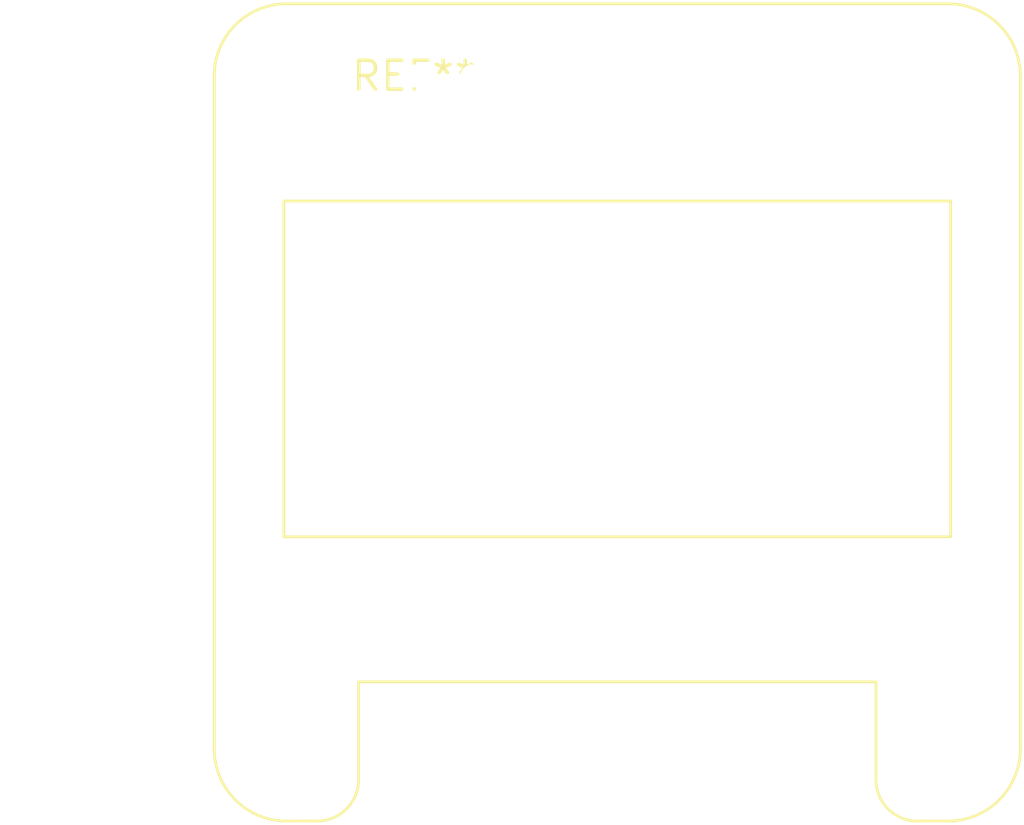
<source format=kicad_pcb>
(kicad_pcb (version 20240108) (generator pcbnew)
  (layers (0 "F.Cu" signal) (31 "B.Cu" signal) (34 "B.Paste" user) (35 "F.Paste" user) (36 "B.SilkS" user "B.Silkscreen") (37 "F.SilkS" user "F.Silkscreen") (38 "B.Mask" user) (39 "F.Mask" user) (44 "Edge.Cuts" user))
  (net 0 "")
  (footprint "Adafruit_SSD1306_No_Mounting_Holes" (layer "F.Cu") (at 0 0)
    (property "Reference" "REF**")
    (property "Value" "Adafruit_SSD1306_No_Mounting_Holes")
    (fp_line (start -8.746 0) (end -8.746 29.464) (layer "F.SilkS") (stroke (width 0.12)))
    (fp_line (start -5.698 5.478) (end -5.698 20.176) (layer "F.SilkS") (stroke (width 0.12)))
    (fp_line (start -5.698 5.478) (end 23.478 5.478) (layer "F.SilkS") (stroke (width 0.12)))
    (fp_line (start -5.698 20.176) (end 23.478 20.176) (layer "F.SilkS") (stroke (width 0.12)))
    (fp_line (start -4.238 32.622) (end -5.59 32.622) (layer "F.SilkS") (stroke (width 0.12)))
    (fp_line (start -2.43 26.526) (end -2.43 30.814) (layer "F.SilkS") (stroke (width 0.12)))
    (fp_line (start -2.43 26.526) (end 20.21 26.526) (layer "F.SilkS") (stroke (width 0.12)))
    (fp_line (start 20.21 26.526) (end 20.21 30.814) (layer "F.SilkS") (stroke (width 0.12)))
    (fp_line (start 22.018 32.622) (end 23.37 32.622) (layer "F.SilkS") (stroke (width 0.12)))
    (fp_line (start 23.368 -3.158) (end -5.588 -3.158) (layer "F.SilkS") (stroke (width 0.12)))
    (fp_line (start 23.478 5.478) (end 23.478 20.176) (layer "F.SilkS") (stroke (width 0.12)))
    (fp_line (start 26.526 0) (end 26.526 29.464) (layer "F.SilkS") (stroke (width 0.12)))
    (fp_arc (start -8.746 0) (mid -7.821043 -2.233043) (end -5.588 -3.158) (layer "F.SilkS") (stroke (width 0.12)))
    (fp_arc (start -5.588 32.622) (mid -7.821043 31.697043) (end -8.746 29.464) (layer "F.SilkS") (stroke (width 0.12)))
    (fp_arc (start -2.43 30.812) (mid -2.958137 32.091035) (end -4.236 32.622) (layer "F.SilkS") (stroke (width 0.12)))
    (fp_arc (start 22.016 32.622) (mid 20.738137 32.091035) (end 20.21 30.812) (layer "F.SilkS") (stroke (width 0.12)))
    (fp_arc (start 23.368 -3.158) (mid 25.601043 -2.233043) (end 26.526 0) (layer "F.SilkS") (stroke (width 0.12)))
    (fp_arc (start 26.526 29.464) (mid 25.601043 31.697043) (end 23.368 32.622) (layer "F.SilkS") (stroke (width 0.12)))
    (pad "1" thru_hole rect (at 0 0) (size 1.7 1.7) (drill 1) (layers *.Cu *.Mask) (remove_unused_layers))
    (pad "2" thru_hole circle (at 2.54 0) (size 1.7 1.7) (drill 1) (layers *.Cu *.Mask) (remove_unused_layers))
    (pad "3" thru_hole circle (at 5.08 0) (size 1.7 1.7) (drill 1) (layers *.Cu *.Mask) (remove_unused_layers))
    (pad "4" thru_hole circle (at 7.62 0) (size 1.7 1.7) (drill 1) (layers *.Cu *.Mask) (remove_unused_layers))
    (pad "5" thru_hole circle (at 10.16 0) (size 1.7 1.7) (drill 1) (layers *.Cu *.Mask) (remove_unused_layers))
    (pad "6" thru_hole circle (at 12.7 0) (size 1.7 1.7) (drill 1) (layers *.Cu *.Mask) (remove_unused_layers))
    (pad "7" thru_hole circle (at 15.24 0) (size 1.7 1.7) (drill 1) (layers *.Cu *.Mask) (remove_unused_layers))
    (pad "8" thru_hole circle (at 17.78 0) (size 1.7 1.7) (drill 1) (layers *.Cu *.Mask) (remove_unused_layers))
  )
)
</source>
